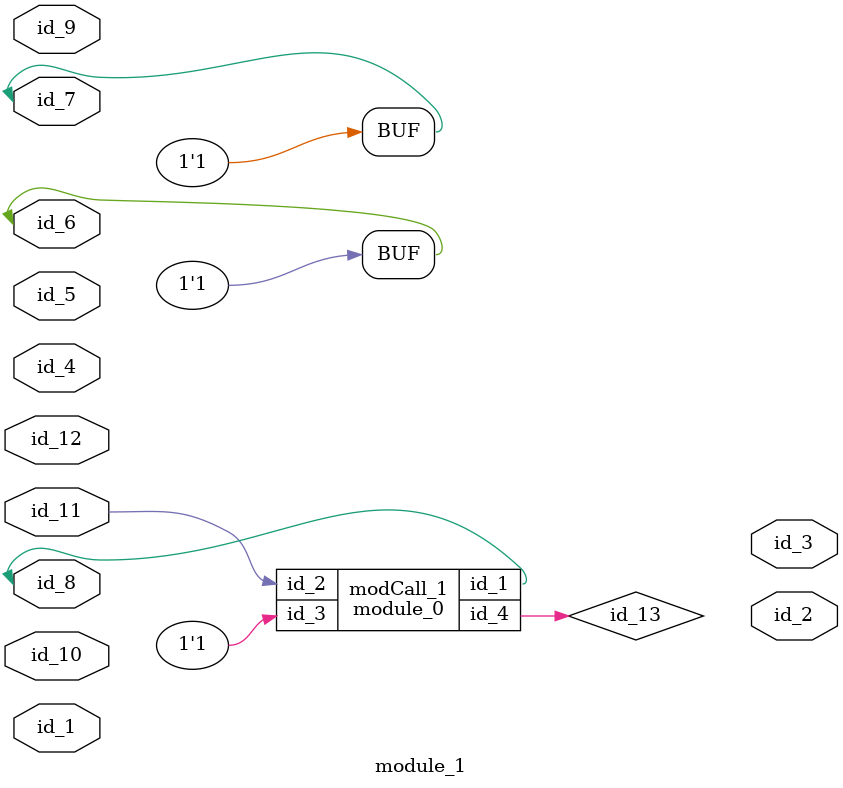
<source format=v>
module module_0 (
    id_1,
    id_2,
    id_3,
    id_4
);
  output wire id_4;
  input wire id_3;
  input wire id_2;
  inout wire id_1;
  wire id_5;
  wire id_6 = id_3;
  localparam id_7 = -1;
  wire id_8, id_9;
endmodule
module module_1 (
    id_1,
    id_2,
    id_3,
    id_4,
    id_5,
    id_6,
    id_7,
    id_8,
    id_9,
    id_10,
    id_11,
    id_12
);
  inout wire id_12;
  inout wire id_11;
  input wire id_10;
  input wire id_9;
  inout wire id_8;
  input wire id_7;
  inout wire id_6;
  inout wire id_5;
  input wire id_4;
  output wire id_3;
  output wire id_2;
  input wire id_1;
  assign id_6 = -1;
  wire id_13;
  wire id_14 = id_14;
  assign id_6 = id_7;
  module_0 modCall_1 (
      id_8,
      id_11,
      id_6,
      id_13
  );
endmodule

</source>
